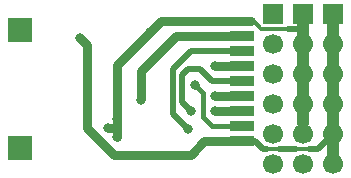
<source format=gbl>
G04*
G04 #@! TF.GenerationSoftware,Altium Limited,Altium Designer,22.2.1 (43)*
G04*
G04 Layer_Physical_Order=2*
G04 Layer_Color=15428901*
%FSTAX25Y25*%
%MOIN*%
G70*
G04*
G04 #@! TF.SameCoordinates,CAACB314-B994-4A0E-AD61-3740CE87C19C*
G04*
G04*
G04 #@! TF.FilePolarity,Positive*
G04*
G01*
G75*
%ADD10C,0.01968*%
%ADD39C,0.03150*%
%ADD41C,0.01181*%
%ADD42C,0.03937*%
%ADD43R,0.06693X0.06693*%
%ADD44C,0.06693*%
%ADD45C,0.03150*%
%ADD46R,0.07874X0.03543*%
%ADD47R,0.07874X0.07874*%
%ADD48C,0.01575*%
D10*
X0059673Y-00305D02*
X0062673Y-00335D01*
X0059673Y-00305D02*
Y-00215D01*
X0056673Y-00195D02*
X0062713Y-0013461D01*
X0056673Y-00345D02*
Y-00195D01*
X0059673Y-00215D02*
X0061673Y-00195D01*
X0065673D01*
X0062713Y-0013461D02*
X0079665D01*
X0095Y-0006D02*
X01D01*
X0079665Y-0043461D02*
X0083961D01*
X00865Y-0046D01*
X0088D01*
X0105D02*
X011Y-0041D01*
X0102Y-0046D02*
X0105D01*
X0092D02*
X0097461D01*
X0056673Y-00345D02*
X0061673Y-00395D01*
X0069673Y-00235D02*
X0079626D01*
X0065673Y-00195D02*
X0069673Y-00235D01*
D39*
X0038Y-0039D02*
Y-0036D01*
X0035Y-0039D02*
X0038D01*
Y-0042D02*
Y-0039D01*
X0037Y-0048D02*
X00625D01*
X0028Y-0039D02*
X0037Y-0048D01*
X0028Y-0039D02*
Y-00115D01*
X00255Y-0009D02*
X0028Y-00115D01*
X0057539Y-0008461D02*
X0079665D01*
X0046Y-002D02*
X0057539Y-0008461D01*
X0046Y-00295D02*
Y-002D01*
X0038Y-0018D02*
X0049Y-0007D01*
X0038Y-0036D02*
Y-0018D01*
X00525Y-00035D02*
X00825D01*
X0049Y-0007D02*
X00525Y-00035D01*
X00625Y-0048D02*
X0067039Y-0043461D01*
X0079665D01*
X0079626Y-00335D02*
X0079665Y-0033461D01*
X0070673Y-00335D02*
X0079626D01*
X0070673Y-00285D02*
X0079626D01*
X0079665Y-0028461D01*
X0079626Y-00185D02*
X0079665Y-0018461D01*
X0070673Y-00185D02*
X0079626D01*
D41*
X00825Y-00035D02*
X0083558D01*
X0088Y-0046D02*
X0092D01*
X0097461D02*
X0102D01*
X0083558Y-00035D02*
X0086058Y-0006D01*
X0095D01*
X0071634Y-0018461D02*
X0079665D01*
D42*
X01Y-0006D02*
Y-0001D01*
Y-0011D02*
Y-0006D01*
Y-00375D02*
Y-0031D01*
Y-0021D02*
Y-0011D01*
Y-0031D02*
Y-0021D01*
X011Y-0011D02*
Y-0001D01*
Y-0021D02*
Y-0011D01*
Y-0031D02*
Y-0021D01*
Y-0041D02*
Y-0031D01*
Y-0051D02*
Y-0041D01*
D43*
Y-0001D02*
D03*
X01D02*
D03*
X009D02*
D03*
D44*
X011Y-0011D02*
D03*
Y-0021D02*
D03*
Y-0031D02*
D03*
Y-0041D02*
D03*
Y-0051D02*
D03*
X01Y-0011D02*
D03*
Y-0021D02*
D03*
Y-0031D02*
D03*
Y-0041D02*
D03*
Y-0051D02*
D03*
X009Y-0011D02*
D03*
Y-0021D02*
D03*
Y-0031D02*
D03*
Y-0041D02*
D03*
Y-0051D02*
D03*
D45*
X0037Y-0048D02*
D03*
X00255Y-0009D02*
D03*
X00638Y-00246D02*
D03*
X0046Y-00297D02*
D03*
X0035Y-0039D02*
D03*
X0028Y-00115D02*
D03*
X0038Y-0036D02*
D03*
X00625Y-0048D02*
D03*
X0049Y-0007D02*
D03*
X0038Y-0042D02*
D03*
X0070673Y-00185D02*
D03*
Y-00285D02*
D03*
X0062673Y-00335D02*
D03*
X0070673D02*
D03*
X0061673Y-00395D02*
D03*
D46*
X0079665Y-0008461D02*
D03*
Y-0013461D02*
D03*
Y-0018461D02*
D03*
Y-0023461D02*
D03*
Y-0028461D02*
D03*
Y-0033461D02*
D03*
Y-0038461D02*
D03*
Y-0043461D02*
D03*
D47*
X000565Y-0045862D02*
D03*
Y-0006492D02*
D03*
D48*
X0066673Y-00355D02*
Y-0027473D01*
X0063673Y-0024473D02*
X0066673Y-0027473D01*
X0069634Y-0038461D02*
X0079665D01*
X0066673Y-00355D02*
X0069634Y-0038461D01*
X0079626Y-00235D02*
X0079665Y-0023461D01*
M02*

</source>
